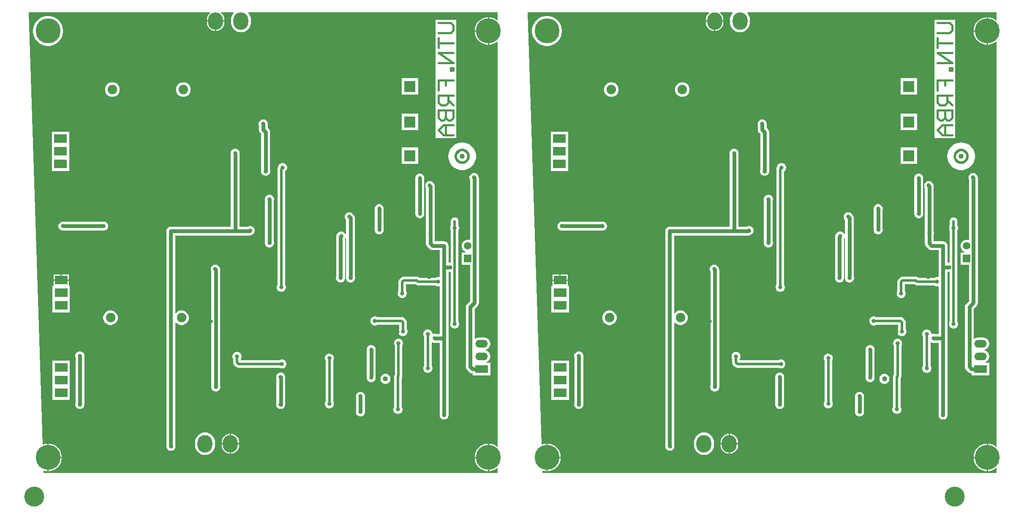
<source format=gbl>
G04*
G04 #@! TF.GenerationSoftware,Altium Limited,Altium Designer,23.3.1 (30)*
G04*
G04 Layer_Physical_Order=2*
G04 Layer_Color=16711680*
%FSLAX25Y25*%
%MOIN*%
G70*
G04*
G04 #@! TF.SameCoordinates,731DBA42-33AF-4731-BD85-8EC7A1DC1BC3*
G04*
G04*
G04 #@! TF.FilePolarity,Positive*
G04*
G01*
G75*
%ADD35C,0.03000*%
%ADD40C,0.02000*%
%ADD43C,0.15748*%
%ADD44C,0.07500*%
%ADD45C,0.19685*%
%ADD46R,0.09055X0.09055*%
%ADD47R,0.09055X0.09055*%
%ADD48C,0.04000*%
%ADD49O,0.11811X0.13780*%
%ADD50R,0.09843X0.05906*%
%ADD51O,0.09843X0.05906*%
%ADD52C,0.05906*%
%ADD53R,0.05906X0.05906*%
%ADD54R,0.09843X0.07000*%
%ADD55C,0.03200*%
%ADD56C,0.01575*%
G36*
X779013Y361462D02*
X778513Y361230D01*
X777314Y362101D01*
X775793Y362876D01*
X774170Y363403D01*
X772485Y363670D01*
X772131D01*
Y341985D01*
X772485D01*
X774170Y342252D01*
X775793Y342780D01*
X777314Y343554D01*
X778513Y344426D01*
X779013Y344193D01*
Y24848D01*
X778513Y24616D01*
X777314Y25487D01*
X775793Y26262D01*
X774170Y26789D01*
X772485Y27056D01*
X772131D01*
Y5371D01*
X772485D01*
X774170Y5638D01*
X775793Y6165D01*
X777314Y6940D01*
X778513Y7812D01*
X779013Y7579D01*
Y4041D01*
X420662Y4041D01*
X420613Y5545D01*
X421013Y5846D01*
X421651Y5638D01*
X423337Y5371D01*
X423690D01*
Y27056D01*
X423337D01*
X421651Y26789D01*
X420441Y26396D01*
X419929Y26755D01*
X408946Y367232D01*
X409294Y367592D01*
X551937D01*
X552116Y367092D01*
X551508Y366593D01*
X550645Y365541D01*
X550004Y364341D01*
X549609Y363040D01*
X549476Y361686D01*
Y361202D01*
X563354D01*
Y361686D01*
X563220Y363040D01*
X562825Y364341D01*
X562184Y365541D01*
X561321Y366593D01*
X560713Y367092D01*
X560892Y367592D01*
X570428D01*
X570665Y367092D01*
X569836Y366082D01*
X569105Y364714D01*
X568655Y363230D01*
X568503Y361686D01*
Y359718D01*
X568655Y358174D01*
X569105Y356690D01*
X569836Y355322D01*
X570820Y354123D01*
X572019Y353139D01*
X573387Y352408D01*
X574871Y351958D01*
X576415Y351805D01*
X577958Y351958D01*
X579443Y352408D01*
X580810Y353139D01*
X582009Y354123D01*
X582993Y355322D01*
X583724Y356690D01*
X584175Y358174D01*
X584327Y359718D01*
Y361686D01*
X584175Y363230D01*
X583724Y364714D01*
X582993Y366082D01*
X582165Y367092D01*
X582401Y367592D01*
X779013D01*
Y361462D01*
D02*
G37*
G36*
X385312D02*
X384812Y361230D01*
X383613Y362101D01*
X382092Y362876D01*
X380469Y363403D01*
X378784Y363670D01*
X378430D01*
Y341985D01*
X378784D01*
X380469Y342252D01*
X382092Y342780D01*
X383613Y343554D01*
X384812Y344426D01*
X385312Y344193D01*
Y24848D01*
X384812Y24616D01*
X383613Y25487D01*
X382092Y26262D01*
X380469Y26789D01*
X378784Y27056D01*
X378430D01*
Y5371D01*
X378784D01*
X380469Y5638D01*
X382092Y6165D01*
X383613Y6940D01*
X384812Y7812D01*
X385312Y7579D01*
Y4041D01*
X26961Y4041D01*
X26913Y5545D01*
X27312Y5846D01*
X27951Y5638D01*
X29636Y5371D01*
X29989D01*
Y27056D01*
X29636D01*
X27951Y26789D01*
X26740Y26396D01*
X26228Y26755D01*
X15245Y367232D01*
X15593Y367592D01*
X158236D01*
X158415Y367092D01*
X157807Y366593D01*
X156944Y365541D01*
X156303Y364341D01*
X155908Y363040D01*
X155775Y361686D01*
Y361202D01*
X169653D01*
Y361686D01*
X169519Y363040D01*
X169125Y364341D01*
X168483Y365541D01*
X167621Y366593D01*
X167013Y367092D01*
X167191Y367592D01*
X176727D01*
X176964Y367092D01*
X176135Y366082D01*
X175404Y364714D01*
X174954Y363230D01*
X174802Y361686D01*
Y359718D01*
X174954Y358174D01*
X175404Y356690D01*
X176135Y355322D01*
X177119Y354123D01*
X178318Y353139D01*
X179686Y352408D01*
X181170Y351958D01*
X182714Y351805D01*
X184257Y351958D01*
X185742Y352408D01*
X187110Y353139D01*
X188309Y354123D01*
X189293Y355322D01*
X190024Y356690D01*
X190474Y358174D01*
X190626Y359718D01*
Y361686D01*
X190474Y363230D01*
X190024Y364714D01*
X189293Y366082D01*
X188464Y367092D01*
X188700Y367592D01*
X385312D01*
Y361462D01*
D02*
G37*
%LPC*%
G36*
X771131Y363670D02*
X770778D01*
X769092Y363403D01*
X767469Y362876D01*
X765948Y362101D01*
X764568Y361098D01*
X763361Y359891D01*
X762358Y358511D01*
X761583Y356990D01*
X761056Y355367D01*
X760789Y353681D01*
Y353328D01*
X771131D01*
Y363670D01*
D02*
G37*
G36*
X563354Y360202D02*
X556915D01*
Y352828D01*
X557768Y352912D01*
X559070Y353307D01*
X560270Y353948D01*
X561321Y354811D01*
X562184Y355862D01*
X562825Y357062D01*
X563220Y358364D01*
X563354Y359718D01*
Y360202D01*
D02*
G37*
G36*
X555915D02*
X549476D01*
Y359718D01*
X549609Y358364D01*
X550004Y357062D01*
X550645Y355862D01*
X551508Y354811D01*
X552560Y353948D01*
X553759Y353307D01*
X555061Y352912D01*
X555915Y352828D01*
Y360202D01*
D02*
G37*
G36*
X771131Y352328D02*
X760789D01*
Y351975D01*
X761056Y350289D01*
X761583Y348666D01*
X762358Y347145D01*
X763361Y345764D01*
X764568Y344558D01*
X765948Y343554D01*
X767469Y342780D01*
X769092Y342252D01*
X770778Y341985D01*
X771131D01*
Y352328D01*
D02*
G37*
G36*
X425120Y364639D02*
X423261D01*
X421424Y364348D01*
X419656Y363773D01*
X418000Y362930D01*
X416496Y361837D01*
X415181Y360522D01*
X414089Y359018D01*
X413245Y357362D01*
X412670Y355594D01*
X412379Y353757D01*
Y351898D01*
X412670Y350062D01*
X413245Y348294D01*
X414089Y346638D01*
X415181Y345133D01*
X416496Y343819D01*
X418000Y342726D01*
X419656Y341882D01*
X421424Y341308D01*
X423261Y341017D01*
X425120D01*
X426956Y341308D01*
X428724Y341882D01*
X430381Y342726D01*
X431885Y343819D01*
X433199Y345133D01*
X434292Y346638D01*
X435136Y348294D01*
X435710Y350062D01*
X436001Y351898D01*
Y353757D01*
X435710Y355594D01*
X435136Y357362D01*
X434292Y359018D01*
X433199Y360522D01*
X431885Y361837D01*
X430381Y362930D01*
X428724Y363773D01*
X426956Y364348D01*
X425120Y364639D01*
D02*
G37*
G36*
X716119Y315525D02*
X703127D01*
Y302533D01*
X716119D01*
Y315525D01*
D02*
G37*
G36*
X531683Y312286D02*
X530178D01*
X528723Y311897D01*
X527419Y311144D01*
X526355Y310079D01*
X525602Y308775D01*
X525212Y307321D01*
Y305815D01*
X525602Y304361D01*
X526355Y303057D01*
X527419Y301992D01*
X528723Y301239D01*
X530178Y300850D01*
X531683D01*
X533138Y301239D01*
X534442Y301992D01*
X535506Y303057D01*
X536259Y304361D01*
X536649Y305815D01*
Y307321D01*
X536259Y308775D01*
X535506Y310079D01*
X534442Y311144D01*
X533138Y311897D01*
X531683Y312286D01*
D02*
G37*
G36*
X475683D02*
X474178D01*
X472723Y311897D01*
X471419Y311144D01*
X470355Y310079D01*
X469602Y308775D01*
X469212Y307321D01*
Y305815D01*
X469602Y304361D01*
X470355Y303057D01*
X471419Y301992D01*
X472723Y301239D01*
X474178Y300850D01*
X475683D01*
X477138Y301239D01*
X478442Y301992D01*
X479506Y303057D01*
X480259Y304361D01*
X480649Y305815D01*
Y307321D01*
X480259Y308775D01*
X479506Y310079D01*
X478442Y311144D01*
X477138Y311897D01*
X475683Y312286D01*
D02*
G37*
G36*
X716119Y287474D02*
X703127D01*
Y274481D01*
X716119D01*
Y287474D01*
D02*
G37*
G36*
X746348Y361502D02*
X729792D01*
Y268198D01*
X746348D01*
Y361502D01*
D02*
G37*
G36*
X716119Y260899D02*
X703127D01*
Y247907D01*
X716119D01*
Y260899D01*
D02*
G37*
G36*
X750962Y264880D02*
X749246Y264745D01*
X747572Y264343D01*
X745982Y263684D01*
X744514Y262785D01*
X743206Y261667D01*
X742088Y260358D01*
X741188Y258890D01*
X740530Y257300D01*
X740128Y255627D01*
X739993Y253910D01*
X740128Y252195D01*
X740530Y250521D01*
X741188Y248931D01*
X742088Y247463D01*
X743206Y246154D01*
X744514Y245036D01*
X745982Y244137D01*
X747572Y243478D01*
X749246Y243076D01*
X750962Y242941D01*
X752678Y243076D01*
X754352Y243478D01*
X755942Y244137D01*
X757409Y245036D01*
X758718Y246154D01*
X759836Y247463D01*
X760736Y248931D01*
X761394Y250521D01*
X761796Y252195D01*
X761931Y253910D01*
X761796Y255627D01*
X761394Y257300D01*
X760736Y258890D01*
X759836Y260358D01*
X758718Y261667D01*
X757409Y262785D01*
X755942Y263684D01*
X754352Y264343D01*
X752678Y264745D01*
X750962Y264880D01*
D02*
G37*
G36*
X440923Y273316D02*
X427143D01*
Y242379D01*
X440923D01*
Y273316D01*
D02*
G37*
G36*
X594444Y283070D02*
X593504D01*
X592596Y282826D01*
X591783Y282357D01*
X591118Y281692D01*
X590648Y280878D01*
X590405Y279971D01*
Y279031D01*
X590475Y278770D01*
Y275032D01*
X590594Y274127D01*
X590944Y273283D01*
X591500Y272559D01*
X592407Y271652D01*
Y242831D01*
X592337Y242569D01*
Y241630D01*
X592580Y240722D01*
X593050Y239908D01*
X593714Y239244D01*
X594528Y238774D01*
X595435Y238531D01*
X596375D01*
X597283Y238774D01*
X598096Y239244D01*
X598761Y239908D01*
X599231Y240722D01*
X599474Y241630D01*
Y242569D01*
X599404Y242831D01*
Y273101D01*
X599285Y274007D01*
X598935Y274850D01*
X598379Y275575D01*
X597472Y276482D01*
Y278770D01*
X597542Y279031D01*
Y279971D01*
X597299Y280878D01*
X596829Y281692D01*
X596165Y282357D01*
X595351Y282826D01*
X594444Y283070D01*
D02*
G37*
G36*
X717967Y240255D02*
X717028D01*
X716120Y240011D01*
X715306Y239542D01*
X714642Y238877D01*
X714172Y238064D01*
X713929Y237156D01*
Y236216D01*
X713999Y235955D01*
Y209366D01*
X713929Y209105D01*
Y208165D01*
X714172Y207258D01*
X714642Y206444D01*
X715306Y205779D01*
X716120Y205310D01*
X717028Y205066D01*
X717967D01*
X718875Y205310D01*
X719689Y205779D01*
X720353Y206444D01*
X720823Y207258D01*
X721066Y208165D01*
Y209105D01*
X720996Y209366D01*
Y235955D01*
X721066Y236216D01*
Y237156D01*
X720823Y238064D01*
X720353Y238877D01*
X719689Y239542D01*
X718875Y240011D01*
X717967Y240255D01*
D02*
G37*
G36*
X468459Y202361D02*
X467520D01*
X467258Y202291D01*
X436733D01*
X436471Y202361D01*
X435532D01*
X434624Y202118D01*
X433810Y201648D01*
X433146Y200984D01*
X432676Y200170D01*
X432433Y199262D01*
Y198323D01*
X432676Y197415D01*
X433146Y196601D01*
X433810Y195937D01*
X434624Y195467D01*
X435532Y195224D01*
X436471D01*
X436733Y195294D01*
X467258D01*
X467520Y195224D01*
X468459D01*
X469367Y195467D01*
X470181Y195937D01*
X470845Y196601D01*
X471315Y197415D01*
X471558Y198323D01*
Y199262D01*
X471315Y200170D01*
X470845Y200984D01*
X470181Y201648D01*
X469367Y202118D01*
X468459Y202361D01*
D02*
G37*
G36*
X685979Y216140D02*
X685039D01*
X684132Y215897D01*
X683318Y215427D01*
X682654Y214763D01*
X682184Y213949D01*
X681941Y213042D01*
Y212102D01*
X682011Y211841D01*
Y196571D01*
X681941Y196309D01*
Y195370D01*
X682184Y194462D01*
X682654Y193649D01*
X683318Y192984D01*
X684132Y192514D01*
X685039Y192271D01*
X685979D01*
X686887Y192514D01*
X687700Y192984D01*
X688365Y193649D01*
X688834Y194462D01*
X689078Y195370D01*
Y196309D01*
X689008Y196571D01*
Y211841D01*
X689078Y212102D01*
Y213042D01*
X688834Y213949D01*
X688365Y214763D01*
X687700Y215427D01*
X686887Y215897D01*
X685979Y216140D01*
D02*
G37*
G36*
X662357Y209743D02*
X661417D01*
X660510Y209500D01*
X659696Y209030D01*
X659032Y208365D01*
X658562Y207552D01*
X658319Y206644D01*
Y205704D01*
X658562Y204797D01*
X659032Y203983D01*
X659373Y203642D01*
Y192145D01*
X658873Y192079D01*
X658815Y192296D01*
X658345Y193110D01*
X657681Y193774D01*
X656867Y194244D01*
X655959Y194487D01*
X655020D01*
X654112Y194244D01*
X653298Y193774D01*
X652634Y193110D01*
X652355Y192626D01*
X651968Y192121D01*
X651618Y191278D01*
X651558Y190825D01*
X651499Y190372D01*
Y158677D01*
X651429Y158416D01*
Y157476D01*
X651672Y156569D01*
X652142Y155755D01*
X652806Y155090D01*
X653620Y154621D01*
X654528Y154377D01*
X655467D01*
X656375Y154621D01*
X657189Y155090D01*
X657853Y155755D01*
X658323Y156569D01*
X658566Y157476D01*
Y158416D01*
X658496Y158677D01*
Y188988D01*
X658815Y189541D01*
X658873Y189758D01*
X659373Y189692D01*
Y158677D01*
X659303Y158416D01*
Y157476D01*
X659546Y156569D01*
X660016Y155755D01*
X660680Y155090D01*
X661494Y154621D01*
X662402Y154377D01*
X663341D01*
X664249Y154621D01*
X665063Y155090D01*
X665727Y155755D01*
X666197Y156569D01*
X666440Y157476D01*
Y158416D01*
X666370Y158677D01*
Y205136D01*
X666310Y205589D01*
X666251Y206041D01*
X665901Y206885D01*
X665345Y207610D01*
X664952Y208003D01*
X664743Y208365D01*
X664078Y209030D01*
X663265Y209500D01*
X662357Y209743D01*
D02*
G37*
G36*
X760782Y240747D02*
X759842D01*
X758935Y240504D01*
X758121Y240034D01*
X757457Y239369D01*
X756987Y238556D01*
X756744Y237648D01*
Y236708D01*
X756987Y235801D01*
X757145Y235526D01*
Y188159D01*
X756749Y187854D01*
X756039Y188044D01*
X754743D01*
X753492Y187709D01*
X752369Y187061D01*
X751453Y186145D01*
X750805Y185023D01*
X750470Y183771D01*
Y182475D01*
X750805Y181224D01*
X751453Y180101D01*
X752369Y179185D01*
X753491Y178537D01*
X753399Y178044D01*
X750470D01*
Y168202D01*
X757145D01*
Y139646D01*
X754929Y137429D01*
X754373Y136704D01*
X754023Y135861D01*
X753904Y134955D01*
Y87853D01*
X753964Y87400D01*
X754023Y86948D01*
X754168Y86598D01*
X754373Y86104D01*
X754929Y85379D01*
X756686Y83622D01*
X757410Y83066D01*
X758254Y82716D01*
X758707Y82657D01*
X759160Y82597D01*
X759328D01*
Y81017D01*
X773108D01*
Y90859D01*
X770092D01*
X769992Y91359D01*
X770668Y91639D01*
X771696Y92428D01*
X772485Y93456D01*
X772981Y94653D01*
X773150Y95938D01*
X772981Y97223D01*
X772485Y98420D01*
X771696Y99448D01*
X770668Y100237D01*
X769595Y100681D01*
X769594Y100682D01*
Y101194D01*
X769595Y101195D01*
X770668Y101639D01*
X771696Y102428D01*
X772485Y103456D01*
X772981Y104653D01*
X773150Y105938D01*
X772981Y107223D01*
X772485Y108420D01*
X771696Y109448D01*
X770668Y110237D01*
X769471Y110733D01*
X768186Y110902D01*
X764249D01*
X762965Y110733D01*
X761767Y110237D01*
X761349Y109916D01*
X760901Y110137D01*
Y133506D01*
X763118Y135723D01*
X763674Y136447D01*
X764023Y137291D01*
X764142Y138197D01*
Y236847D01*
X764083Y237299D01*
X764023Y237752D01*
X763674Y238596D01*
X763435Y238908D01*
X763168Y239369D01*
X762503Y240034D01*
X761690Y240504D01*
X760782Y240747D01*
D02*
G37*
G36*
X599365Y223522D02*
X598425D01*
X597518Y223279D01*
X596704Y222809D01*
X596039Y222145D01*
X595570Y221331D01*
X595327Y220424D01*
Y219484D01*
X595397Y219222D01*
Y186236D01*
X595327Y185975D01*
Y185035D01*
X595570Y184128D01*
X596039Y183314D01*
X596704Y182650D01*
X597518Y182180D01*
X598425Y181937D01*
X599365D01*
X600272Y182180D01*
X601086Y182650D01*
X601751Y183314D01*
X602220Y184128D01*
X602463Y185035D01*
Y185975D01*
X602393Y186236D01*
Y219222D01*
X602463Y219484D01*
Y220424D01*
X602220Y221331D01*
X601751Y222145D01*
X601086Y222809D01*
X600272Y223279D01*
X599365Y223522D01*
D02*
G37*
G36*
X440446Y160635D02*
X435025D01*
Y156635D01*
X440446D01*
Y160635D01*
D02*
G37*
G36*
X434025D02*
X428604D01*
Y156635D01*
X434025D01*
Y160635D01*
D02*
G37*
G36*
X609699Y248621D02*
X608760D01*
X607852Y248378D01*
X607038Y247908D01*
X606374Y247243D01*
X605904Y246430D01*
X605661Y245522D01*
Y245252D01*
X605652Y245240D01*
X605353Y244518D01*
X605251Y243743D01*
X605251Y152515D01*
X604920Y151941D01*
X604677Y151034D01*
Y150094D01*
X604920Y149187D01*
X605390Y148373D01*
X606054Y147708D01*
X606868Y147239D01*
X607776Y146996D01*
X608715D01*
X609623Y147239D01*
X610436Y147708D01*
X611101Y148373D01*
X611571Y149187D01*
X611814Y150094D01*
Y151034D01*
X611571Y151941D01*
X611239Y152515D01*
X611239Y242092D01*
X611421Y242197D01*
X612085Y242861D01*
X612555Y243675D01*
X612798Y244583D01*
Y245522D01*
X612555Y246430D01*
X612085Y247243D01*
X611421Y247908D01*
X610607Y248378D01*
X609699Y248621D01*
D02*
G37*
G36*
X440446Y155635D02*
X428604D01*
Y152103D01*
X428604Y151635D01*
X428117Y151603D01*
X427635D01*
Y130666D01*
X441415D01*
Y151603D01*
X440933D01*
X440446Y151635D01*
X440446Y152103D01*
Y155635D01*
D02*
G37*
G36*
X572298Y259940D02*
X571358D01*
X570451Y259696D01*
X569637Y259227D01*
X568973Y258562D01*
X568503Y257749D01*
X568260Y256841D01*
Y255901D01*
X568330Y255640D01*
Y198354D01*
X520994D01*
X520089Y198235D01*
X519245Y197885D01*
X518521Y197329D01*
X517965Y196605D01*
X517615Y195761D01*
X517496Y194855D01*
X517516Y194705D01*
X517496Y194555D01*
Y25217D01*
X517571Y24649D01*
Y24602D01*
X517583Y24557D01*
X517615Y24311D01*
X517710Y24082D01*
X517814Y23695D01*
X518284Y22881D01*
X518948Y22216D01*
X519762Y21747D01*
X520669Y21503D01*
X521609D01*
X522516Y21747D01*
X523330Y22216D01*
X523995Y22881D01*
X524464Y23695D01*
X524708Y24602D01*
Y25542D01*
X524493Y26344D01*
Y122662D01*
X524993Y122824D01*
X525943Y121874D01*
X527247Y121121D01*
X528701Y120731D01*
X530207D01*
X531661Y121121D01*
X532965Y121874D01*
X534030Y122939D01*
X534783Y124243D01*
X535173Y125697D01*
Y127203D01*
X534783Y128657D01*
X534030Y129961D01*
X532965Y131026D01*
X531661Y131779D01*
X530207Y132168D01*
X528701D01*
X527247Y131779D01*
X525943Y131026D01*
X524993Y130076D01*
X524493Y130238D01*
Y191357D01*
X583130D01*
X583582Y191417D01*
X584035Y191476D01*
X584879Y191826D01*
X585383Y192213D01*
X585867Y192492D01*
X586531Y193156D01*
X587001Y193970D01*
X587244Y194878D01*
Y195817D01*
X587001Y196725D01*
X586531Y197539D01*
X585867Y198203D01*
X585053Y198673D01*
X584146Y198916D01*
X583206D01*
X582299Y198673D01*
X581746Y198354D01*
X575326D01*
Y255640D01*
X575397Y255901D01*
Y256841D01*
X575153Y257749D01*
X574684Y258562D01*
X574019Y259227D01*
X573206Y259696D01*
X572298Y259940D01*
D02*
G37*
G36*
X474207Y132168D02*
X472701D01*
X471247Y131779D01*
X469943Y131026D01*
X468878Y129961D01*
X468125Y128657D01*
X467736Y127203D01*
Y125697D01*
X468125Y124243D01*
X468878Y122939D01*
X469943Y121874D01*
X471247Y121121D01*
X472701Y120731D01*
X474207D01*
X475661Y121121D01*
X476965Y121874D01*
X478030Y122939D01*
X478783Y124243D01*
X479173Y125697D01*
Y127203D01*
X478783Y128657D01*
X478030Y129961D01*
X476965Y131026D01*
X475661Y131779D01*
X474207Y132168D01*
D02*
G37*
G36*
X725841Y234349D02*
X724902D01*
X723994Y234106D01*
X723180Y233636D01*
X722516Y232972D01*
X722046Y232158D01*
X721803Y231250D01*
Y230311D01*
X722046Y229403D01*
X722365Y228851D01*
Y194110D01*
X722295Y193849D01*
Y192909D01*
X722365Y192648D01*
Y185105D01*
X722425Y184652D01*
X722484Y184200D01*
X722629Y183850D01*
X722834Y183356D01*
X723390Y182631D01*
X725147Y180874D01*
X725872Y180318D01*
X726715Y179969D01*
X727168Y179909D01*
X727621Y179849D01*
X733192D01*
Y158824D01*
X732692Y158440D01*
X732239Y158562D01*
X731299D01*
X730392Y158318D01*
X729896Y158032D01*
X717298D01*
X717236Y158095D01*
X716616Y158570D01*
X715894Y158870D01*
X715119Y158972D01*
X704889D01*
X704114Y158870D01*
X703392Y158570D01*
X702772Y158095D01*
X701601Y156923D01*
X701125Y156303D01*
X700826Y155581D01*
X700724Y154806D01*
Y147594D01*
X700392Y147020D01*
X700149Y146113D01*
Y145173D01*
X700392Y144265D01*
X700862Y143452D01*
X701527Y142787D01*
X702341Y142317D01*
X703248Y142074D01*
X704188D01*
X705095Y142317D01*
X705909Y142787D01*
X706573Y143452D01*
X707043Y144265D01*
X707286Y145173D01*
Y146113D01*
X707043Y147020D01*
X706712Y147594D01*
Y152983D01*
X713879D01*
X713941Y152921D01*
X714561Y152445D01*
X715283Y152146D01*
X716058Y152044D01*
X729740D01*
X730392Y151668D01*
X731299Y151425D01*
X732239D01*
X732692Y151546D01*
X733192Y151162D01*
Y113708D01*
X730040D01*
X729778Y113778D01*
X728839D01*
X727963Y113544D01*
X727870Y113540D01*
X727463Y113814D01*
Y114124D01*
X727220Y115032D01*
X726751Y115846D01*
X726086Y116510D01*
X725272Y116980D01*
X724365Y117223D01*
X723425D01*
X722518Y116980D01*
X721704Y116510D01*
X721039Y115846D01*
X720570Y115032D01*
X720327Y114124D01*
Y113185D01*
X720570Y112277D01*
X720901Y111704D01*
Y88539D01*
X720570Y87965D01*
X720327Y87058D01*
Y86118D01*
X720570Y85210D01*
X721039Y84397D01*
X721704Y83732D01*
X722518Y83262D01*
X723425Y83019D01*
X724365D01*
X725272Y83262D01*
X726086Y83732D01*
X726751Y84397D01*
X727220Y85210D01*
X727463Y86118D01*
Y87058D01*
X727220Y87965D01*
X726889Y88539D01*
Y106909D01*
X727389Y107197D01*
X727931Y106884D01*
X728839Y106641D01*
X729778D01*
X730040Y106711D01*
X733192D01*
Y50410D01*
X733122Y50148D01*
Y49208D01*
X733365Y48301D01*
X733835Y47487D01*
X734499Y46823D01*
X735313Y46353D01*
X736221Y46110D01*
X737160D01*
X738068Y46353D01*
X738881Y46823D01*
X739546Y47487D01*
X740016Y48301D01*
X740259Y49208D01*
Y50148D01*
X740189Y50410D01*
Y162814D01*
X740880D01*
X741142Y162744D01*
X742062D01*
Y123480D01*
X741731Y122906D01*
X741488Y121998D01*
Y121059D01*
X741731Y120151D01*
X742201Y119337D01*
X742865Y118673D01*
X743679Y118203D01*
X744587Y117960D01*
X745526D01*
X746434Y118203D01*
X747248Y118673D01*
X747912Y119337D01*
X748382Y120151D01*
X748625Y121059D01*
Y121998D01*
X748382Y122906D01*
X748051Y123480D01*
Y195365D01*
X748382Y195939D01*
X748625Y196846D01*
Y197786D01*
X748382Y198693D01*
X748051Y199267D01*
Y202729D01*
X747949Y203504D01*
X747649Y204226D01*
X747174Y204847D01*
X746554Y205322D01*
X745831Y205622D01*
X745056Y205724D01*
X744281Y205622D01*
X743559Y205322D01*
X742939Y204847D01*
X742463Y204226D01*
X742164Y203504D01*
X742062Y202729D01*
Y199267D01*
X741731Y198693D01*
X741488Y197786D01*
Y196846D01*
X741731Y195939D01*
X742062Y195365D01*
Y169881D01*
X741142D01*
X740880Y169810D01*
X740189D01*
Y183348D01*
X740069Y184253D01*
X739720Y185097D01*
X739164Y185822D01*
X738440Y186378D01*
X737596Y186727D01*
X736690Y186846D01*
X729362D01*
Y192648D01*
X729432Y192909D01*
Y193849D01*
X729362Y194110D01*
Y230234D01*
X729243Y231140D01*
X728893Y231984D01*
X728506Y232488D01*
X728227Y232972D01*
X727563Y233636D01*
X726749Y234106D01*
X725841Y234349D01*
D02*
G37*
G36*
X682534Y127558D02*
X681595D01*
X680687Y127315D01*
X679873Y126845D01*
X679209Y126180D01*
X678739Y125367D01*
X678496Y124459D01*
Y123520D01*
X678739Y122612D01*
X679209Y121798D01*
X679873Y121134D01*
X680687Y120664D01*
X681595Y120421D01*
X682534D01*
X683442Y120664D01*
X684015Y120995D01*
X701216D01*
Y117574D01*
X700885Y117000D01*
X700641Y116093D01*
Y115153D01*
X700885Y114246D01*
X701355Y113432D01*
X702019Y112768D01*
X702833Y112298D01*
X703740Y112055D01*
X704680D01*
X705587Y112298D01*
X706401Y112768D01*
X707065Y113432D01*
X707535Y114246D01*
X707779Y115153D01*
Y116093D01*
X707535Y117000D01*
X707204Y117574D01*
Y122818D01*
X707102Y123593D01*
X706803Y124315D01*
X706327Y124935D01*
X705156Y126106D01*
X704535Y126582D01*
X703813Y126881D01*
X703038Y126983D01*
X684015D01*
X683442Y127315D01*
X682534Y127558D01*
D02*
G37*
G36*
X573774Y99507D02*
X572835D01*
X571927Y99263D01*
X571113Y98794D01*
X570449Y98129D01*
X569979Y97316D01*
X569736Y96408D01*
Y95468D01*
X569979Y94561D01*
X570310Y93987D01*
Y91204D01*
X570412Y90429D01*
X570712Y89707D01*
X571187Y89087D01*
X572359Y87915D01*
X572979Y87440D01*
X573701Y87141D01*
X574476Y87038D01*
X606786D01*
X607360Y86707D01*
X608268Y86464D01*
X609207D01*
X610115Y86707D01*
X610929Y87177D01*
X611593Y87841D01*
X612063Y88655D01*
X612306Y89563D01*
Y90502D01*
X612063Y91410D01*
X611593Y92224D01*
X610929Y92888D01*
X610115Y93358D01*
X609207Y93601D01*
X608268D01*
X607360Y93358D01*
X606786Y93027D01*
X576299D01*
Y93987D01*
X576630Y94561D01*
X576873Y95468D01*
Y96408D01*
X576630Y97316D01*
X576160Y98129D01*
X575496Y98794D01*
X574682Y99263D01*
X573774Y99507D01*
D02*
G37*
G36*
X679581Y104920D02*
X678642D01*
X677734Y104677D01*
X676920Y104207D01*
X676256Y103543D01*
X675786Y102729D01*
X675543Y101821D01*
Y100882D01*
X675613Y100620D01*
Y80682D01*
X675679Y80183D01*
X675543Y79676D01*
Y78736D01*
X675786Y77828D01*
X676256Y77015D01*
X676920Y76350D01*
X677734Y75880D01*
X678642Y75637D01*
X679581D01*
X680489Y75880D01*
X681303Y76350D01*
X681967Y77015D01*
X682437Y77828D01*
X682680Y78736D01*
Y79676D01*
X682544Y80183D01*
X682610Y80682D01*
Y100620D01*
X682680Y100882D01*
Y101821D01*
X682437Y102729D01*
X681967Y103543D01*
X681303Y104207D01*
X680489Y104677D01*
X679581Y104920D01*
D02*
G37*
G36*
X690953Y82190D02*
X689908D01*
X688899Y81920D01*
X687994Y81397D01*
X687255Y80658D01*
X686732Y79753D01*
X686462Y78744D01*
Y77699D01*
X686732Y76690D01*
X687255Y75785D01*
X687994Y75046D01*
X688899Y74524D01*
X689908Y74253D01*
X690953D01*
X691962Y74524D01*
X692867Y75046D01*
X693606Y75785D01*
X694129Y76690D01*
X694399Y77699D01*
Y78744D01*
X694129Y79753D01*
X693606Y80658D01*
X692867Y81397D01*
X691962Y81920D01*
X690953Y82190D01*
D02*
G37*
G36*
X556550Y168404D02*
X555610D01*
X554703Y168161D01*
X553889Y167691D01*
X553225Y167027D01*
X552755Y166213D01*
X552512Y165305D01*
Y164366D01*
X552755Y163458D01*
X553074Y162906D01*
Y72555D01*
X553004Y72294D01*
Y71354D01*
X553247Y70446D01*
X553717Y69633D01*
X554381Y68968D01*
X555195Y68499D01*
X556102Y68255D01*
X557042D01*
X557950Y68499D01*
X558763Y68968D01*
X559428Y69633D01*
X559898Y70446D01*
X560141Y71354D01*
Y72294D01*
X560071Y72555D01*
Y164289D01*
X560011Y164742D01*
X559951Y165195D01*
X559602Y166039D01*
X559215Y166543D01*
X558936Y167027D01*
X558271Y167691D01*
X557457Y168161D01*
X556550Y168404D01*
D02*
G37*
G36*
X441415Y92706D02*
X427635D01*
Y61769D01*
X441415D01*
Y92706D01*
D02*
G37*
G36*
X646609Y98148D02*
X645669D01*
X644762Y97905D01*
X643948Y97435D01*
X643284Y96771D01*
X642814Y95957D01*
X642571Y95050D01*
Y94110D01*
X642814Y93202D01*
X643145Y92629D01*
Y60488D01*
X642814Y59914D01*
X642571Y59006D01*
Y58067D01*
X642814Y57159D01*
X643284Y56345D01*
X643948Y55681D01*
X644762Y55211D01*
X645669Y54968D01*
X646609D01*
X647516Y55211D01*
X648330Y55681D01*
X648995Y56345D01*
X649464Y57159D01*
X649708Y58067D01*
Y59006D01*
X649464Y59914D01*
X649133Y60488D01*
Y92629D01*
X649464Y93202D01*
X649708Y94110D01*
Y95050D01*
X649464Y95957D01*
X648995Y96771D01*
X648330Y97435D01*
X647516Y97905D01*
X646609Y98148D01*
D02*
G37*
G36*
X608223Y83266D02*
X607283D01*
X606376Y83023D01*
X605562Y82553D01*
X604898Y81889D01*
X604428Y81075D01*
X604185Y80168D01*
Y79228D01*
X604293Y78824D01*
Y58918D01*
X604185Y58514D01*
Y57575D01*
X604428Y56667D01*
X604898Y55853D01*
X605562Y55189D01*
X606376Y54719D01*
X607283Y54476D01*
X608223D01*
X609131Y54719D01*
X609944Y55189D01*
X610609Y55853D01*
X611079Y56667D01*
X611322Y57575D01*
Y58514D01*
X611290Y58633D01*
Y79109D01*
X611322Y79228D01*
Y80168D01*
X611079Y81075D01*
X610609Y81889D01*
X609944Y82553D01*
X609131Y83023D01*
X608223Y83266D01*
D02*
G37*
G36*
X449758Y99999D02*
X448819D01*
X447911Y99756D01*
X447098Y99286D01*
X446433Y98621D01*
X445963Y97808D01*
X445720Y96900D01*
Y95960D01*
X445790Y95699D01*
Y58776D01*
X445720Y58514D01*
Y57575D01*
X445963Y56667D01*
X446433Y55853D01*
X447098Y55189D01*
X447911Y54719D01*
X448819Y54476D01*
X449758D01*
X450666Y54719D01*
X451480Y55189D01*
X452144Y55853D01*
X452614Y56667D01*
X452857Y57575D01*
Y58514D01*
X452787Y58776D01*
Y95699D01*
X452857Y95960D01*
Y96900D01*
X452614Y97808D01*
X452144Y98621D01*
X451480Y99286D01*
X450666Y99756D01*
X449758Y99999D01*
D02*
G37*
G36*
X701235Y109841D02*
X700295D01*
X699388Y109598D01*
X698574Y109128D01*
X697910Y108464D01*
X697440Y107650D01*
X697197Y106743D01*
Y105803D01*
X697440Y104895D01*
X697771Y104322D01*
Y81445D01*
X697680Y81326D01*
X697381Y80604D01*
X697279Y79829D01*
Y56058D01*
X696948Y55485D01*
X696704Y54577D01*
Y53638D01*
X696948Y52730D01*
X697417Y51916D01*
X698082Y51252D01*
X698896Y50782D01*
X699803Y50539D01*
X700743D01*
X701650Y50782D01*
X702464Y51252D01*
X703128Y51916D01*
X703598Y52730D01*
X703841Y53638D01*
Y54577D01*
X703598Y55485D01*
X703267Y56058D01*
Y78706D01*
X703358Y78824D01*
X703482Y79123D01*
X703657Y79546D01*
X703759Y80321D01*
Y104322D01*
X704090Y104895D01*
X704334Y105803D01*
Y106743D01*
X704090Y107650D01*
X703621Y108464D01*
X702956Y109128D01*
X702142Y109598D01*
X701235Y109841D01*
D02*
G37*
G36*
X671215Y68010D02*
X670276D01*
X669368Y67767D01*
X668554Y67298D01*
X667890Y66633D01*
X667420Y65819D01*
X667177Y64912D01*
Y63972D01*
X667247Y63711D01*
Y52870D01*
X667177Y52609D01*
Y51669D01*
X667420Y50761D01*
X667890Y49948D01*
X668554Y49283D01*
X669368Y48814D01*
X670276Y48570D01*
X671215D01*
X672123Y48814D01*
X672936Y49283D01*
X673601Y49948D01*
X674071Y50761D01*
X674314Y51669D01*
Y52609D01*
X674244Y52870D01*
Y63711D01*
X674314Y63972D01*
Y64912D01*
X674071Y65819D01*
X673601Y66633D01*
X672936Y67298D01*
X672123Y67767D01*
X671215Y68010D01*
D02*
G37*
G36*
X568549Y34914D02*
Y27540D01*
X574988D01*
Y28025D01*
X574854Y29378D01*
X574459Y30680D01*
X573818Y31880D01*
X572955Y32931D01*
X571904Y33794D01*
X570704Y34435D01*
X569402Y34830D01*
X568549Y34914D01*
D02*
G37*
G36*
X567549D02*
X566695Y34830D01*
X565393Y34435D01*
X564193Y33794D01*
X563142Y32931D01*
X562279Y31880D01*
X561638Y30680D01*
X561243Y29378D01*
X561110Y28025D01*
Y27540D01*
X567549D01*
Y34914D01*
D02*
G37*
G36*
X574988Y26540D02*
X568549D01*
Y19166D01*
X569402Y19251D01*
X570704Y19646D01*
X571904Y20287D01*
X572955Y21150D01*
X573818Y22201D01*
X574459Y23401D01*
X574854Y24702D01*
X574988Y26056D01*
Y26540D01*
D02*
G37*
G36*
X567549D02*
X561110D01*
Y26056D01*
X561243Y24702D01*
X561638Y23401D01*
X562279Y22201D01*
X563142Y21150D01*
X564193Y20287D01*
X565393Y19646D01*
X566695Y19251D01*
X567549Y19166D01*
Y26540D01*
D02*
G37*
G36*
X548049Y35937D02*
X546505Y35785D01*
X545021Y35335D01*
X543653Y34603D01*
X542454Y33619D01*
X541470Y32420D01*
X540739Y31053D01*
X540288Y29568D01*
X540136Y28025D01*
Y26056D01*
X540288Y24513D01*
X540739Y23028D01*
X541470Y21660D01*
X542454Y20461D01*
X543653Y19478D01*
X545021Y18746D01*
X546505Y18296D01*
X548049Y18144D01*
X549592Y18296D01*
X551076Y18746D01*
X552444Y19478D01*
X553643Y20461D01*
X554627Y21660D01*
X555358Y23028D01*
X555809Y24513D01*
X555961Y26056D01*
Y28025D01*
X555809Y29568D01*
X555358Y31053D01*
X554627Y32420D01*
X553643Y33619D01*
X552444Y34603D01*
X551076Y35335D01*
X549592Y35785D01*
X548049Y35937D01*
D02*
G37*
G36*
X771131Y27056D02*
X770778D01*
X769092Y26789D01*
X767469Y26262D01*
X765948Y25487D01*
X764568Y24484D01*
X763361Y23277D01*
X762358Y21896D01*
X761583Y20376D01*
X761056Y18753D01*
X760789Y17067D01*
Y16714D01*
X771131D01*
Y27056D01*
D02*
G37*
G36*
X425044D02*
X424690D01*
Y16714D01*
X435033D01*
Y17067D01*
X434766Y18753D01*
X434238Y20376D01*
X433464Y21896D01*
X432460Y23277D01*
X431254Y24484D01*
X429873Y25487D01*
X428352Y26262D01*
X426729Y26789D01*
X425044Y27056D01*
D02*
G37*
G36*
X771131Y15714D02*
X760789D01*
Y15360D01*
X761056Y13675D01*
X761583Y12052D01*
X762358Y10531D01*
X763361Y9150D01*
X764568Y7943D01*
X765948Y6940D01*
X767469Y6165D01*
X769092Y5638D01*
X770778Y5371D01*
X771131D01*
Y15714D01*
D02*
G37*
G36*
X435033D02*
X424690D01*
Y5371D01*
X425044D01*
X426729Y5638D01*
X428352Y6165D01*
X429873Y6940D01*
X431254Y7943D01*
X432460Y9150D01*
X433464Y10531D01*
X434238Y12052D01*
X434766Y13675D01*
X435033Y15360D01*
Y15714D01*
D02*
G37*
%LPD*%
G36*
X752128Y259773D02*
X753249Y259433D01*
X754283Y258880D01*
X755188Y258137D01*
X755932Y257231D01*
X756484Y256198D01*
X756824Y255077D01*
X756939Y253910D01*
X756824Y252744D01*
X756484Y251623D01*
X755932Y250590D01*
X755188Y249684D01*
X754283Y248941D01*
X753249Y248388D01*
X752128Y248048D01*
X750962Y247933D01*
X749796Y248048D01*
X748675Y248388D01*
X747641Y248941D01*
X746735Y249684D01*
X745992Y250590D01*
X745440Y251623D01*
X745100Y252744D01*
X744985Y253910D01*
X745100Y255077D01*
X745440Y256198D01*
X745992Y257231D01*
X746735Y258137D01*
X747641Y258880D01*
X748675Y259433D01*
X749796Y259773D01*
X750962Y259888D01*
X752128Y259773D01*
D02*
G37*
%LPC*%
G36*
X751484Y257879D02*
X750440D01*
X749430Y257609D01*
X748525Y257086D01*
X747786Y256347D01*
X747264Y255442D01*
X746993Y254433D01*
Y253388D01*
X747264Y252379D01*
X747786Y251474D01*
X748525Y250735D01*
X749430Y250213D01*
X750440Y249942D01*
X751484D01*
X752494Y250213D01*
X753399Y250735D01*
X754138Y251474D01*
X754660Y252379D01*
X754930Y253388D01*
Y254433D01*
X754660Y255442D01*
X754138Y256347D01*
X753399Y257086D01*
X752494Y257609D01*
X751484Y257879D01*
D02*
G37*
G36*
X377430Y363670D02*
X377077D01*
X375392Y363403D01*
X373768Y362876D01*
X372248Y362101D01*
X370867Y361098D01*
X369660Y359891D01*
X368657Y358511D01*
X367882Y356990D01*
X367355Y355367D01*
X367088Y353681D01*
Y353328D01*
X377430D01*
Y363670D01*
D02*
G37*
G36*
X169653Y360202D02*
X163214D01*
Y352828D01*
X164068Y352912D01*
X165369Y353307D01*
X166569Y353948D01*
X167621Y354811D01*
X168483Y355862D01*
X169125Y357062D01*
X169519Y358364D01*
X169653Y359718D01*
Y360202D01*
D02*
G37*
G36*
X162214D02*
X155775D01*
Y359718D01*
X155908Y358364D01*
X156303Y357062D01*
X156944Y355862D01*
X157807Y354811D01*
X158859Y353948D01*
X160058Y353307D01*
X161360Y352912D01*
X162214Y352828D01*
Y360202D01*
D02*
G37*
G36*
X377430Y352328D02*
X367088D01*
Y351975D01*
X367355Y350289D01*
X367882Y348666D01*
X368657Y347145D01*
X369660Y345764D01*
X370867Y344558D01*
X372248Y343554D01*
X373768Y342780D01*
X375392Y342252D01*
X377077Y341985D01*
X377430D01*
Y352328D01*
D02*
G37*
G36*
X31419Y364639D02*
X29560D01*
X27724Y364348D01*
X25956Y363773D01*
X24299Y362930D01*
X22795Y361837D01*
X21481Y360522D01*
X20388Y359018D01*
X19544Y357362D01*
X18969Y355594D01*
X18678Y353757D01*
Y351898D01*
X18969Y350062D01*
X19544Y348294D01*
X20388Y346638D01*
X21481Y345133D01*
X22795Y343819D01*
X24299Y342726D01*
X25956Y341882D01*
X27724Y341308D01*
X29560Y341017D01*
X31419D01*
X33255Y341308D01*
X35023Y341882D01*
X36680Y342726D01*
X38184Y343819D01*
X39498Y345133D01*
X40591Y346638D01*
X41435Y348294D01*
X42010Y350062D01*
X42301Y351898D01*
Y353757D01*
X42010Y355594D01*
X41435Y357362D01*
X40591Y359018D01*
X39498Y360522D01*
X38184Y361837D01*
X36680Y362930D01*
X35023Y363773D01*
X33255Y364348D01*
X31419Y364639D01*
D02*
G37*
G36*
X322419Y315525D02*
X309426D01*
Y302533D01*
X322419D01*
Y315525D01*
D02*
G37*
G36*
X137982Y312286D02*
X136477D01*
X135022Y311897D01*
X133718Y311144D01*
X132654Y310079D01*
X131901Y308775D01*
X131511Y307321D01*
Y305815D01*
X131901Y304361D01*
X132654Y303057D01*
X133718Y301992D01*
X135022Y301239D01*
X136477Y300850D01*
X137982D01*
X139437Y301239D01*
X140741Y301992D01*
X141806Y303057D01*
X142558Y304361D01*
X142948Y305815D01*
Y307321D01*
X142558Y308775D01*
X141806Y310079D01*
X140741Y311144D01*
X139437Y311897D01*
X137982Y312286D01*
D02*
G37*
G36*
X81982D02*
X80477D01*
X79022Y311897D01*
X77718Y311144D01*
X76654Y310079D01*
X75901Y308775D01*
X75511Y307321D01*
Y305815D01*
X75901Y304361D01*
X76654Y303057D01*
X77718Y301992D01*
X79022Y301239D01*
X80477Y300850D01*
X81982D01*
X83437Y301239D01*
X84741Y301992D01*
X85806Y303057D01*
X86559Y304361D01*
X86948Y305815D01*
Y307321D01*
X86559Y308775D01*
X85806Y310079D01*
X84741Y311144D01*
X83437Y311897D01*
X81982Y312286D01*
D02*
G37*
G36*
X322419Y287474D02*
X309426D01*
Y274481D01*
X322419D01*
Y287474D01*
D02*
G37*
G36*
X352648Y361502D02*
X336091D01*
Y268198D01*
X352648D01*
Y361502D01*
D02*
G37*
G36*
X322419Y260899D02*
X309426D01*
Y247907D01*
X322419D01*
Y260899D01*
D02*
G37*
G36*
X357261Y264880D02*
X355545Y264745D01*
X353871Y264343D01*
X352281Y263684D01*
X350814Y262785D01*
X349505Y261667D01*
X348387Y260358D01*
X347488Y258890D01*
X346829Y257300D01*
X346427Y255627D01*
X346292Y253910D01*
X346427Y252195D01*
X346829Y250521D01*
X347488Y248931D01*
X348387Y247463D01*
X349505Y246154D01*
X350814Y245036D01*
X352281Y244137D01*
X353871Y243478D01*
X355545Y243076D01*
X357261Y242941D01*
X358977Y243076D01*
X360651Y243478D01*
X362241Y244137D01*
X363709Y245036D01*
X365018Y246154D01*
X366135Y247463D01*
X367035Y248931D01*
X367693Y250521D01*
X368095Y252195D01*
X368230Y253910D01*
X368095Y255627D01*
X367693Y257300D01*
X367035Y258890D01*
X366135Y260358D01*
X365018Y261667D01*
X363709Y262785D01*
X362241Y263684D01*
X360651Y264343D01*
X358977Y264745D01*
X357261Y264880D01*
D02*
G37*
G36*
X47222Y273316D02*
X33442D01*
Y242379D01*
X47222D01*
Y273316D01*
D02*
G37*
G36*
X200743Y283070D02*
X199803D01*
X198896Y282826D01*
X198082Y282357D01*
X197417Y281692D01*
X196948Y280878D01*
X196704Y279971D01*
Y279031D01*
X196774Y278770D01*
Y275032D01*
X196894Y274127D01*
X197243Y273283D01*
X197799Y272559D01*
X198706Y271652D01*
Y242831D01*
X198636Y242569D01*
Y241630D01*
X198879Y240722D01*
X199349Y239908D01*
X200013Y239244D01*
X200827Y238774D01*
X201735Y238531D01*
X202674D01*
X203582Y238774D01*
X204396Y239244D01*
X205060Y239908D01*
X205530Y240722D01*
X205773Y241630D01*
Y242569D01*
X205703Y242831D01*
Y273101D01*
X205584Y274007D01*
X205234Y274850D01*
X204678Y275575D01*
X203771Y276482D01*
Y278770D01*
X203841Y279031D01*
Y279971D01*
X203598Y280878D01*
X203129Y281692D01*
X202464Y282357D01*
X201650Y282826D01*
X200743Y283070D01*
D02*
G37*
G36*
X324266Y240255D02*
X323327D01*
X322419Y240011D01*
X321605Y239542D01*
X320941Y238877D01*
X320471Y238064D01*
X320228Y237156D01*
Y236216D01*
X320298Y235955D01*
Y209366D01*
X320228Y209105D01*
Y208165D01*
X320471Y207258D01*
X320941Y206444D01*
X321605Y205779D01*
X322419Y205310D01*
X323327Y205066D01*
X324266D01*
X325174Y205310D01*
X325988Y205779D01*
X326652Y206444D01*
X327122Y207258D01*
X327365Y208165D01*
Y209105D01*
X327295Y209366D01*
Y235955D01*
X327365Y236216D01*
Y237156D01*
X327122Y238064D01*
X326652Y238877D01*
X325988Y239542D01*
X325174Y240011D01*
X324266Y240255D01*
D02*
G37*
G36*
X74758Y202361D02*
X73819D01*
X73557Y202291D01*
X43032D01*
X42770Y202361D01*
X41831D01*
X40923Y202118D01*
X40109Y201648D01*
X39445Y200984D01*
X38975Y200170D01*
X38732Y199262D01*
Y198323D01*
X38975Y197415D01*
X39445Y196601D01*
X40109Y195937D01*
X40923Y195467D01*
X41831Y195224D01*
X42770D01*
X43032Y195294D01*
X73557D01*
X73819Y195224D01*
X74758D01*
X75666Y195467D01*
X76480Y195937D01*
X77144Y196601D01*
X77614Y197415D01*
X77857Y198323D01*
Y199262D01*
X77614Y200170D01*
X77144Y200984D01*
X76480Y201648D01*
X75666Y202118D01*
X74758Y202361D01*
D02*
G37*
G36*
X292278Y216140D02*
X291339D01*
X290431Y215897D01*
X289617Y215427D01*
X288953Y214763D01*
X288483Y213949D01*
X288240Y213042D01*
Y212102D01*
X288310Y211841D01*
Y196571D01*
X288240Y196309D01*
Y195370D01*
X288483Y194462D01*
X288953Y193649D01*
X289617Y192984D01*
X290431Y192514D01*
X291339Y192271D01*
X292278D01*
X293186Y192514D01*
X294000Y192984D01*
X294664Y193649D01*
X295134Y194462D01*
X295377Y195370D01*
Y196309D01*
X295307Y196571D01*
Y211841D01*
X295377Y212102D01*
Y213042D01*
X295134Y213949D01*
X294664Y214763D01*
X294000Y215427D01*
X293186Y215897D01*
X292278Y216140D01*
D02*
G37*
G36*
X268656Y209743D02*
X267717D01*
X266809Y209500D01*
X265995Y209030D01*
X265331Y208365D01*
X264861Y207552D01*
X264618Y206644D01*
Y205704D01*
X264861Y204797D01*
X265331Y203983D01*
X265672Y203642D01*
Y192145D01*
X265172Y192079D01*
X265114Y192296D01*
X264644Y193110D01*
X263980Y193774D01*
X263166Y194244D01*
X262259Y194487D01*
X261319D01*
X260411Y194244D01*
X259598Y193774D01*
X258933Y193110D01*
X258654Y192626D01*
X258267Y192121D01*
X257917Y191278D01*
X257858Y190825D01*
X257798Y190372D01*
Y158677D01*
X257728Y158416D01*
Y157476D01*
X257971Y156569D01*
X258441Y155755D01*
X259105Y155090D01*
X259919Y154621D01*
X260827Y154377D01*
X261766D01*
X262674Y154621D01*
X263488Y155090D01*
X264152Y155755D01*
X264622Y156569D01*
X264865Y157476D01*
Y158416D01*
X264795Y158677D01*
Y188988D01*
X265114Y189541D01*
X265172Y189758D01*
X265672Y189692D01*
Y158677D01*
X265602Y158416D01*
Y157476D01*
X265845Y156569D01*
X266315Y155755D01*
X266980Y155090D01*
X267793Y154621D01*
X268701Y154377D01*
X269640D01*
X270548Y154621D01*
X271362Y155090D01*
X272026Y155755D01*
X272496Y156569D01*
X272739Y157476D01*
Y158416D01*
X272669Y158677D01*
Y205136D01*
X272609Y205589D01*
X272550Y206041D01*
X272200Y206885D01*
X271644Y207610D01*
X271251Y208003D01*
X271042Y208365D01*
X270377Y209030D01*
X269564Y209500D01*
X268656Y209743D01*
D02*
G37*
G36*
X367081Y240747D02*
X366142D01*
X365234Y240504D01*
X364420Y240034D01*
X363756Y239369D01*
X363286Y238556D01*
X363043Y237648D01*
Y236708D01*
X363286Y235801D01*
X363445Y235526D01*
Y188159D01*
X363048Y187854D01*
X362338Y188044D01*
X361042D01*
X359791Y187709D01*
X358669Y187061D01*
X357752Y186145D01*
X357104Y185023D01*
X356769Y183771D01*
Y182475D01*
X357104Y181224D01*
X357752Y180101D01*
X358669Y179185D01*
X359791Y178537D01*
X359698Y178044D01*
X356769D01*
Y168202D01*
X363445D01*
Y139646D01*
X361228Y137429D01*
X360672Y136704D01*
X360322Y135861D01*
X360203Y134955D01*
Y87853D01*
X360263Y87400D01*
X360322Y86948D01*
X360467Y86598D01*
X360672Y86104D01*
X361228Y85379D01*
X362985Y83622D01*
X363710Y83066D01*
X364553Y82716D01*
X365006Y82657D01*
X365459Y82597D01*
X365627D01*
Y81017D01*
X379407D01*
Y90859D01*
X376391D01*
X376291Y91359D01*
X376967Y91639D01*
X377995Y92428D01*
X378784Y93456D01*
X379280Y94653D01*
X379449Y95938D01*
X379280Y97223D01*
X378784Y98420D01*
X377995Y99448D01*
X376967Y100237D01*
X375894Y100681D01*
X375894Y100682D01*
Y101194D01*
X375894Y101195D01*
X376967Y101639D01*
X377995Y102428D01*
X378784Y103456D01*
X379280Y104653D01*
X379449Y105938D01*
X379280Y107223D01*
X378784Y108420D01*
X377995Y109448D01*
X376967Y110237D01*
X375770Y110733D01*
X374486Y110902D01*
X370549D01*
X369264Y110733D01*
X368067Y110237D01*
X367648Y109916D01*
X367200Y110137D01*
Y133506D01*
X369417Y135723D01*
X369973Y136447D01*
X370322Y137291D01*
X370442Y138197D01*
Y236847D01*
X370382Y237299D01*
X370322Y237752D01*
X369973Y238596D01*
X369734Y238908D01*
X369467Y239369D01*
X368803Y240034D01*
X367989Y240504D01*
X367081Y240747D01*
D02*
G37*
G36*
X205664Y223522D02*
X204724D01*
X203817Y223279D01*
X203003Y222809D01*
X202339Y222145D01*
X201869Y221331D01*
X201626Y220424D01*
Y219484D01*
X201696Y219222D01*
Y186236D01*
X201626Y185975D01*
Y185035D01*
X201869Y184128D01*
X202339Y183314D01*
X203003Y182650D01*
X203817Y182180D01*
X204724Y181937D01*
X205664D01*
X206572Y182180D01*
X207385Y182650D01*
X208050Y183314D01*
X208520Y184128D01*
X208763Y185035D01*
Y185975D01*
X208693Y186236D01*
Y219222D01*
X208763Y219484D01*
Y220424D01*
X208520Y221331D01*
X208050Y222145D01*
X207385Y222809D01*
X206572Y223279D01*
X205664Y223522D01*
D02*
G37*
G36*
X46745Y160635D02*
X41324D01*
Y156635D01*
X46745D01*
Y160635D01*
D02*
G37*
G36*
X40324D02*
X34903D01*
Y156635D01*
X40324D01*
Y160635D01*
D02*
G37*
G36*
X215999Y248621D02*
X215059D01*
X214152Y248378D01*
X213338Y247908D01*
X212673Y247243D01*
X212204Y246430D01*
X211960Y245522D01*
Y245252D01*
X211952Y245240D01*
X211652Y244518D01*
X211550Y243743D01*
X211550Y152515D01*
X211219Y151941D01*
X210976Y151034D01*
Y150094D01*
X211219Y149187D01*
X211689Y148373D01*
X212353Y147708D01*
X213167Y147239D01*
X214075Y146996D01*
X215014D01*
X215922Y147239D01*
X216736Y147708D01*
X217400Y148373D01*
X217870Y149187D01*
X218113Y150094D01*
Y151034D01*
X217870Y151941D01*
X217539Y152515D01*
X217539Y242092D01*
X217720Y242197D01*
X218384Y242861D01*
X218854Y243675D01*
X219097Y244583D01*
Y245522D01*
X218854Y246430D01*
X218384Y247243D01*
X217720Y247908D01*
X216906Y248378D01*
X215999Y248621D01*
D02*
G37*
G36*
X46745Y155635D02*
X34903D01*
Y152103D01*
X34903Y151635D01*
X34416Y151603D01*
X33934D01*
Y130666D01*
X47714D01*
Y151603D01*
X47232D01*
X46745Y151635D01*
X46745Y152103D01*
Y155635D01*
D02*
G37*
G36*
X178597Y259940D02*
X177657D01*
X176750Y259696D01*
X175936Y259227D01*
X175272Y258562D01*
X174802Y257749D01*
X174559Y256841D01*
Y255901D01*
X174629Y255640D01*
Y198354D01*
X127294D01*
X126388Y198235D01*
X125544Y197885D01*
X124820Y197329D01*
X124264Y196605D01*
X123914Y195761D01*
X123795Y194855D01*
X123815Y194705D01*
X123795Y194555D01*
Y25217D01*
X123870Y24649D01*
Y24602D01*
X123882Y24557D01*
X123914Y24311D01*
X124009Y24082D01*
X124113Y23695D01*
X124583Y22881D01*
X125247Y22216D01*
X126061Y21747D01*
X126969Y21503D01*
X127908D01*
X128816Y21747D01*
X129629Y22216D01*
X130294Y22881D01*
X130764Y23695D01*
X131007Y24602D01*
Y25542D01*
X130792Y26344D01*
Y122662D01*
X131292Y122824D01*
X132242Y121874D01*
X133546Y121121D01*
X135000Y120731D01*
X136506D01*
X137961Y121121D01*
X139265Y121874D01*
X140329Y122939D01*
X141082Y124243D01*
X141472Y125697D01*
Y127203D01*
X141082Y128657D01*
X140329Y129961D01*
X139265Y131026D01*
X137961Y131779D01*
X136506Y132168D01*
X135000D01*
X133546Y131779D01*
X132242Y131026D01*
X131292Y130076D01*
X130792Y130238D01*
Y191357D01*
X189429D01*
X189882Y191417D01*
X190334Y191476D01*
X191178Y191826D01*
X191683Y192213D01*
X192166Y192492D01*
X192831Y193156D01*
X193300Y193970D01*
X193544Y194878D01*
Y195817D01*
X193300Y196725D01*
X192831Y197539D01*
X192166Y198203D01*
X191352Y198673D01*
X190445Y198916D01*
X189505D01*
X188598Y198673D01*
X188045Y198354D01*
X181626D01*
Y255640D01*
X181696Y255901D01*
Y256841D01*
X181453Y257749D01*
X180983Y258562D01*
X180318Y259227D01*
X179505Y259696D01*
X178597Y259940D01*
D02*
G37*
G36*
X80506Y132168D02*
X79000D01*
X77546Y131779D01*
X76242Y131026D01*
X75177Y129961D01*
X74424Y128657D01*
X74035Y127203D01*
Y125697D01*
X74424Y124243D01*
X75177Y122939D01*
X76242Y121874D01*
X77546Y121121D01*
X79000Y120731D01*
X80506D01*
X81960Y121121D01*
X83264Y121874D01*
X84329Y122939D01*
X85082Y124243D01*
X85472Y125697D01*
Y127203D01*
X85082Y128657D01*
X84329Y129961D01*
X83264Y131026D01*
X81960Y131779D01*
X80506Y132168D01*
D02*
G37*
G36*
X332140Y234349D02*
X331201D01*
X330293Y234106D01*
X329480Y233636D01*
X328815Y232972D01*
X328345Y232158D01*
X328102Y231250D01*
Y230311D01*
X328345Y229403D01*
X328664Y228851D01*
Y194110D01*
X328594Y193849D01*
Y192909D01*
X328664Y192648D01*
Y185105D01*
X328724Y184652D01*
X328783Y184200D01*
X328928Y183850D01*
X329133Y183356D01*
X329689Y182631D01*
X331446Y180874D01*
X332171Y180318D01*
X333015Y179969D01*
X333467Y179909D01*
X333920Y179849D01*
X339491D01*
Y158824D01*
X338991Y158440D01*
X338538Y158562D01*
X337598D01*
X336691Y158318D01*
X336195Y158032D01*
X323598D01*
X323535Y158095D01*
X322915Y158570D01*
X322193Y158870D01*
X321418Y158972D01*
X311189D01*
X310414Y158870D01*
X309692Y158570D01*
X309071Y158095D01*
X307900Y156923D01*
X307424Y156303D01*
X307125Y155581D01*
X307023Y154806D01*
Y147594D01*
X306692Y147020D01*
X306449Y146113D01*
Y145173D01*
X306692Y144265D01*
X307161Y143452D01*
X307826Y142787D01*
X308640Y142317D01*
X309547Y142074D01*
X310487D01*
X311395Y142317D01*
X312208Y142787D01*
X312873Y143452D01*
X313342Y144265D01*
X313586Y145173D01*
Y146113D01*
X313342Y147020D01*
X313011Y147594D01*
Y152983D01*
X320178D01*
X320240Y152921D01*
X320860Y152445D01*
X321583Y152146D01*
X322357Y152044D01*
X336039D01*
X336691Y151668D01*
X337598Y151425D01*
X338538D01*
X338991Y151546D01*
X339491Y151162D01*
Y113708D01*
X336339D01*
X336077Y113778D01*
X335138D01*
X334263Y113544D01*
X334169Y113540D01*
X333763Y113814D01*
Y114124D01*
X333520Y115032D01*
X333050Y115846D01*
X332385Y116510D01*
X331572Y116980D01*
X330664Y117223D01*
X329724D01*
X328817Y116980D01*
X328003Y116510D01*
X327339Y115846D01*
X326869Y115032D01*
X326626Y114124D01*
Y113185D01*
X326869Y112277D01*
X327200Y111704D01*
Y88539D01*
X326869Y87965D01*
X326626Y87058D01*
Y86118D01*
X326869Y85210D01*
X327339Y84397D01*
X328003Y83732D01*
X328817Y83262D01*
X329724Y83019D01*
X330664D01*
X331572Y83262D01*
X332385Y83732D01*
X333050Y84397D01*
X333520Y85210D01*
X333763Y86118D01*
Y87058D01*
X333520Y87965D01*
X333188Y88539D01*
Y106909D01*
X333688Y107197D01*
X334230Y106884D01*
X335138Y106641D01*
X336077D01*
X336339Y106711D01*
X339491D01*
Y50410D01*
X339421Y50148D01*
Y49208D01*
X339664Y48301D01*
X340134Y47487D01*
X340798Y46823D01*
X341612Y46353D01*
X342520Y46110D01*
X343459D01*
X344367Y46353D01*
X345181Y46823D01*
X345845Y47487D01*
X346315Y48301D01*
X346558Y49208D01*
Y50148D01*
X346488Y50410D01*
Y162814D01*
X347180D01*
X347441Y162744D01*
X348361D01*
Y123480D01*
X348030Y122906D01*
X347787Y121998D01*
Y121059D01*
X348030Y120151D01*
X348500Y119337D01*
X349165Y118673D01*
X349978Y118203D01*
X350886Y117960D01*
X351825D01*
X352733Y118203D01*
X353547Y118673D01*
X354211Y119337D01*
X354681Y120151D01*
X354924Y121059D01*
Y121998D01*
X354681Y122906D01*
X354350Y123480D01*
Y195365D01*
X354681Y195939D01*
X354924Y196846D01*
Y197786D01*
X354681Y198693D01*
X354350Y199267D01*
Y202729D01*
X354248Y203504D01*
X353949Y204226D01*
X353473Y204847D01*
X352853Y205322D01*
X352131Y205622D01*
X351356Y205724D01*
X350581Y205622D01*
X349859Y205322D01*
X349238Y204847D01*
X348763Y204226D01*
X348464Y203504D01*
X348361Y202729D01*
Y199267D01*
X348030Y198693D01*
X347787Y197786D01*
Y196846D01*
X348030Y195939D01*
X348361Y195365D01*
Y169881D01*
X347441D01*
X347180Y169810D01*
X346488D01*
Y183348D01*
X346369Y184253D01*
X346019Y185097D01*
X345463Y185822D01*
X344739Y186378D01*
X343895Y186727D01*
X342989Y186846D01*
X335661D01*
Y192648D01*
X335731Y192909D01*
Y193849D01*
X335661Y194110D01*
Y230234D01*
X335542Y231140D01*
X335192Y231984D01*
X334805Y232488D01*
X334526Y232972D01*
X333862Y233636D01*
X333048Y234106D01*
X332140Y234349D01*
D02*
G37*
G36*
X288833Y127558D02*
X287894D01*
X286986Y127315D01*
X286172Y126845D01*
X285508Y126180D01*
X285038Y125367D01*
X284795Y124459D01*
Y123520D01*
X285038Y122612D01*
X285508Y121798D01*
X286172Y121134D01*
X286986Y120664D01*
X287894Y120421D01*
X288833D01*
X289741Y120664D01*
X290315Y120995D01*
X307515D01*
Y117574D01*
X307184Y117000D01*
X306941Y116093D01*
Y115153D01*
X307184Y114246D01*
X307654Y113432D01*
X308318Y112768D01*
X309132Y112298D01*
X310039Y112055D01*
X310979D01*
X311887Y112298D01*
X312700Y112768D01*
X313365Y113432D01*
X313835Y114246D01*
X314078Y115153D01*
Y116093D01*
X313835Y117000D01*
X313503Y117574D01*
Y122818D01*
X313401Y123593D01*
X313102Y124315D01*
X312626Y124935D01*
X311455Y126106D01*
X310835Y126582D01*
X310113Y126881D01*
X309338Y126983D01*
X290315D01*
X289741Y127315D01*
X288833Y127558D01*
D02*
G37*
G36*
X180073Y99507D02*
X179134D01*
X178226Y99263D01*
X177413Y98794D01*
X176748Y98129D01*
X176278Y97316D01*
X176035Y96408D01*
Y95468D01*
X176278Y94561D01*
X176610Y93987D01*
Y91204D01*
X176712Y90429D01*
X177011Y89707D01*
X177487Y89087D01*
X178658Y87915D01*
X179278Y87440D01*
X180000Y87141D01*
X180775Y87038D01*
X213086D01*
X213659Y86707D01*
X214567Y86464D01*
X215507D01*
X216414Y86707D01*
X217228Y87177D01*
X217892Y87841D01*
X218362Y88655D01*
X218605Y89563D01*
Y90502D01*
X218362Y91410D01*
X217892Y92224D01*
X217228Y92888D01*
X216414Y93358D01*
X215507Y93601D01*
X214567D01*
X213659Y93358D01*
X213086Y93027D01*
X182598D01*
Y93987D01*
X182929Y94561D01*
X183172Y95468D01*
Y96408D01*
X182929Y97316D01*
X182459Y98129D01*
X181795Y98794D01*
X180981Y99263D01*
X180073Y99507D01*
D02*
G37*
G36*
X285881Y104920D02*
X284941D01*
X284033Y104677D01*
X283220Y104207D01*
X282555Y103543D01*
X282085Y102729D01*
X281842Y101821D01*
Y100882D01*
X281912Y100620D01*
Y80682D01*
X281978Y80183D01*
X281842Y79676D01*
Y78736D01*
X282085Y77828D01*
X282555Y77015D01*
X283220Y76350D01*
X284033Y75880D01*
X284941Y75637D01*
X285880D01*
X286788Y75880D01*
X287602Y76350D01*
X288266Y77015D01*
X288736Y77828D01*
X288979Y78736D01*
Y79676D01*
X288843Y80183D01*
X288909Y80682D01*
Y100620D01*
X288979Y100882D01*
Y101821D01*
X288736Y102729D01*
X288266Y103543D01*
X287602Y104207D01*
X286788Y104677D01*
X285881Y104920D01*
D02*
G37*
G36*
X297252Y82190D02*
X296207D01*
X295198Y81920D01*
X294293Y81397D01*
X293554Y80658D01*
X293032Y79753D01*
X292761Y78744D01*
Y77699D01*
X293032Y76690D01*
X293554Y75785D01*
X294293Y75046D01*
X295198Y74524D01*
X296207Y74253D01*
X297252D01*
X298261Y74524D01*
X299166Y75046D01*
X299905Y75785D01*
X300428Y76690D01*
X300698Y77699D01*
Y78744D01*
X300428Y79753D01*
X299905Y80658D01*
X299166Y81397D01*
X298261Y81920D01*
X297252Y82190D01*
D02*
G37*
G36*
X162849Y168404D02*
X161909D01*
X161002Y168161D01*
X160188Y167691D01*
X159524Y167027D01*
X159054Y166213D01*
X158811Y165305D01*
Y164366D01*
X159054Y163458D01*
X159373Y162906D01*
Y72555D01*
X159303Y72294D01*
Y71354D01*
X159546Y70446D01*
X160016Y69633D01*
X160680Y68968D01*
X161494Y68499D01*
X162402Y68255D01*
X163341D01*
X164249Y68499D01*
X165062Y68968D01*
X165727Y69633D01*
X166197Y70446D01*
X166440Y71354D01*
Y72294D01*
X166370Y72555D01*
Y164289D01*
X166310Y164742D01*
X166251Y165195D01*
X165901Y166039D01*
X165514Y166543D01*
X165235Y167027D01*
X164570Y167691D01*
X163757Y168161D01*
X162849Y168404D01*
D02*
G37*
G36*
X47714Y92706D02*
X33934D01*
Y61769D01*
X47714D01*
Y92706D01*
D02*
G37*
G36*
X252908Y98148D02*
X251969D01*
X251061Y97905D01*
X250247Y97435D01*
X249583Y96771D01*
X249113Y95957D01*
X248870Y95050D01*
Y94110D01*
X249113Y93202D01*
X249444Y92629D01*
Y60488D01*
X249113Y59914D01*
X248870Y59006D01*
Y58067D01*
X249113Y57159D01*
X249583Y56345D01*
X250247Y55681D01*
X251061Y55211D01*
X251969Y54968D01*
X252908D01*
X253816Y55211D01*
X254629Y55681D01*
X255294Y56345D01*
X255764Y57159D01*
X256007Y58067D01*
Y59006D01*
X255764Y59914D01*
X255432Y60488D01*
Y92629D01*
X255764Y93202D01*
X256007Y94110D01*
Y95050D01*
X255764Y95957D01*
X255294Y96771D01*
X254629Y97435D01*
X253816Y97905D01*
X252908Y98148D01*
D02*
G37*
G36*
X214522Y83266D02*
X213583D01*
X212675Y83023D01*
X211861Y82553D01*
X211197Y81889D01*
X210727Y81075D01*
X210484Y80168D01*
Y79228D01*
X210592Y78824D01*
Y58918D01*
X210484Y58514D01*
Y57575D01*
X210727Y56667D01*
X211197Y55853D01*
X211861Y55189D01*
X212675Y54719D01*
X213583Y54476D01*
X214522D01*
X215430Y54719D01*
X216244Y55189D01*
X216908Y55853D01*
X217378Y56667D01*
X217621Y57575D01*
Y58514D01*
X217589Y58633D01*
Y79109D01*
X217621Y79228D01*
Y80168D01*
X217378Y81075D01*
X216908Y81889D01*
X216244Y82553D01*
X215430Y83023D01*
X214522Y83266D01*
D02*
G37*
G36*
X56058Y99999D02*
X55118D01*
X54211Y99756D01*
X53397Y99286D01*
X52732Y98621D01*
X52263Y97808D01*
X52019Y96900D01*
Y95960D01*
X52090Y95699D01*
Y58776D01*
X52019Y58514D01*
Y57575D01*
X52263Y56667D01*
X52732Y55853D01*
X53397Y55189D01*
X54211Y54719D01*
X55118Y54476D01*
X56058D01*
X56965Y54719D01*
X57779Y55189D01*
X58443Y55853D01*
X58913Y56667D01*
X59156Y57575D01*
Y58514D01*
X59086Y58776D01*
Y95699D01*
X59156Y95960D01*
Y96900D01*
X58913Y97808D01*
X58443Y98621D01*
X57779Y99286D01*
X56965Y99756D01*
X56058Y99999D01*
D02*
G37*
G36*
X307534Y109841D02*
X306594D01*
X305687Y109598D01*
X304873Y109128D01*
X304209Y108464D01*
X303739Y107650D01*
X303496Y106743D01*
Y105803D01*
X303739Y104895D01*
X304070Y104322D01*
Y81445D01*
X303979Y81326D01*
X303680Y80604D01*
X303578Y79829D01*
Y56058D01*
X303247Y55485D01*
X303004Y54577D01*
Y53638D01*
X303247Y52730D01*
X303717Y51916D01*
X304381Y51252D01*
X305195Y50782D01*
X306102Y50539D01*
X307042D01*
X307950Y50782D01*
X308763Y51252D01*
X309428Y51916D01*
X309897Y52730D01*
X310141Y53638D01*
Y54577D01*
X309897Y55485D01*
X309566Y56058D01*
Y78706D01*
X309657Y78824D01*
X309781Y79123D01*
X309956Y79546D01*
X310058Y80321D01*
Y104322D01*
X310390Y104895D01*
X310633Y105803D01*
Y106743D01*
X310390Y107650D01*
X309920Y108464D01*
X309255Y109128D01*
X308442Y109598D01*
X307534Y109841D01*
D02*
G37*
G36*
X277514Y68010D02*
X276575D01*
X275667Y67767D01*
X274853Y67298D01*
X274189Y66633D01*
X273719Y65819D01*
X273476Y64912D01*
Y63972D01*
X273546Y63711D01*
Y52870D01*
X273476Y52609D01*
Y51669D01*
X273719Y50761D01*
X274189Y49948D01*
X274853Y49283D01*
X275667Y48814D01*
X276575Y48570D01*
X277514D01*
X278422Y48814D01*
X279236Y49283D01*
X279900Y49948D01*
X280370Y50761D01*
X280613Y51669D01*
Y52609D01*
X280543Y52870D01*
Y63711D01*
X280613Y63972D01*
Y64912D01*
X280370Y65819D01*
X279900Y66633D01*
X279236Y67298D01*
X278422Y67767D01*
X277514Y68010D01*
D02*
G37*
G36*
X174848Y34914D02*
Y27540D01*
X181287D01*
Y28025D01*
X181153Y29378D01*
X180759Y30680D01*
X180117Y31880D01*
X179254Y32931D01*
X178203Y33794D01*
X177003Y34435D01*
X175701Y34830D01*
X174848Y34914D01*
D02*
G37*
G36*
X173848D02*
X172994Y34830D01*
X171692Y34435D01*
X170493Y33794D01*
X169441Y32931D01*
X168578Y31880D01*
X167937Y30680D01*
X167542Y29378D01*
X167409Y28025D01*
Y27540D01*
X173848D01*
Y34914D01*
D02*
G37*
G36*
X181287Y26540D02*
X174848D01*
Y19166D01*
X175701Y19251D01*
X177003Y19646D01*
X178203Y20287D01*
X179254Y21150D01*
X180117Y22201D01*
X180759Y23401D01*
X181153Y24702D01*
X181287Y26056D01*
Y26540D01*
D02*
G37*
G36*
X173848D02*
X167409D01*
Y26056D01*
X167542Y24702D01*
X167937Y23401D01*
X168578Y22201D01*
X169441Y21150D01*
X170493Y20287D01*
X171692Y19646D01*
X172994Y19251D01*
X173848Y19166D01*
Y26540D01*
D02*
G37*
G36*
X154348Y35937D02*
X152804Y35785D01*
X151320Y35335D01*
X149952Y34603D01*
X148753Y33619D01*
X147769Y32420D01*
X147038Y31053D01*
X146588Y29568D01*
X146436Y28025D01*
Y26056D01*
X146588Y24513D01*
X147038Y23028D01*
X147769Y21660D01*
X148753Y20461D01*
X149952Y19478D01*
X151320Y18746D01*
X152804Y18296D01*
X154348Y18144D01*
X155891Y18296D01*
X157376Y18746D01*
X158744Y19478D01*
X159942Y20461D01*
X160926Y21660D01*
X161658Y23028D01*
X162108Y24513D01*
X162260Y26056D01*
Y28025D01*
X162108Y29568D01*
X161658Y31053D01*
X160926Y32420D01*
X159942Y33619D01*
X158744Y34603D01*
X157376Y35335D01*
X155891Y35785D01*
X154348Y35937D01*
D02*
G37*
G36*
X377430Y27056D02*
X377077D01*
X375392Y26789D01*
X373768Y26262D01*
X372248Y25487D01*
X370867Y24484D01*
X369660Y23277D01*
X368657Y21896D01*
X367882Y20376D01*
X367355Y18753D01*
X367088Y17067D01*
Y16714D01*
X377430D01*
Y27056D01*
D02*
G37*
G36*
X31343D02*
X30990D01*
Y16714D01*
X41332D01*
Y17067D01*
X41065Y18753D01*
X40538Y20376D01*
X39763Y21896D01*
X38760Y23277D01*
X37553Y24484D01*
X36172Y25487D01*
X34652Y26262D01*
X33028Y26789D01*
X31343Y27056D01*
D02*
G37*
G36*
X377430Y15714D02*
X367088D01*
Y15360D01*
X367355Y13675D01*
X367882Y12052D01*
X368657Y10531D01*
X369660Y9150D01*
X370867Y7943D01*
X372248Y6940D01*
X373768Y6165D01*
X375392Y5638D01*
X377077Y5371D01*
X377430D01*
Y15714D01*
D02*
G37*
G36*
X41332D02*
X30990D01*
Y5371D01*
X31343D01*
X33028Y5638D01*
X34652Y6165D01*
X36172Y6940D01*
X37553Y7943D01*
X38760Y9150D01*
X39763Y10531D01*
X40538Y12052D01*
X41065Y13675D01*
X41332Y15360D01*
Y15714D01*
D02*
G37*
%LPD*%
G36*
X358427Y259773D02*
X359548Y259433D01*
X360582Y258880D01*
X361488Y258137D01*
X362231Y257231D01*
X362783Y256198D01*
X363123Y255077D01*
X363238Y253910D01*
X363123Y252744D01*
X362783Y251623D01*
X362231Y250590D01*
X361488Y249684D01*
X360582Y248941D01*
X359548Y248388D01*
X358427Y248048D01*
X357261Y247933D01*
X356095Y248048D01*
X354974Y248388D01*
X353940Y248941D01*
X353035Y249684D01*
X352291Y250590D01*
X351739Y251623D01*
X351399Y252744D01*
X351284Y253910D01*
X351399Y255077D01*
X351739Y256198D01*
X352291Y257231D01*
X353035Y258137D01*
X353940Y258880D01*
X354974Y259433D01*
X356095Y259773D01*
X357261Y259888D01*
X358427Y259773D01*
D02*
G37*
%LPC*%
G36*
X357784Y257879D02*
X356739D01*
X355729Y257609D01*
X354824Y257086D01*
X354086Y256347D01*
X353563Y255442D01*
X353293Y254433D01*
Y253388D01*
X353563Y252379D01*
X354086Y251474D01*
X354824Y250735D01*
X355729Y250213D01*
X356739Y249942D01*
X357784D01*
X358793Y250213D01*
X359698Y250735D01*
X360437Y251474D01*
X360959Y252379D01*
X361230Y253388D01*
Y254433D01*
X360959Y255442D01*
X360437Y256347D01*
X359698Y257086D01*
X358793Y257609D01*
X357784Y257879D01*
D02*
G37*
%LPD*%
D35*
X717497Y208635D02*
X717497Y208635D01*
Y236686D01*
X725864Y185105D02*
Y230234D01*
X736690Y183348D02*
X729308D01*
X727621D01*
X725864Y185105D01*
X736690Y166804D02*
Y183348D01*
X725371Y230727D02*
Y230781D01*
X725864Y230234D02*
X725371Y230727D01*
X593974Y275032D02*
Y279501D01*
X571828Y194855D02*
Y256317D01*
Y194855D02*
X520994D01*
X583130D02*
X571828D01*
X661887Y206120D02*
Y206174D01*
X662871Y157946D02*
Y205136D01*
X661887Y206120D01*
X685509Y195840D02*
Y212572D01*
X520994Y25217D02*
Y194555D01*
X583676Y195347D02*
X583622D01*
X583130Y194855D02*
X583622Y195347D01*
X521139Y25072D02*
X520994Y25217D01*
X710115Y253910D02*
X709623Y254403D01*
X595905Y273101D02*
X593974Y275032D01*
X595905Y242099D02*
Y273101D01*
X654997Y190372D02*
X655489Y190864D01*
X654997Y157946D02*
Y190372D01*
X655489Y190864D02*
Y190918D01*
X598895Y185505D02*
Y219954D01*
X670745Y52139D02*
Y64442D01*
X556572Y71878D02*
Y164289D01*
X556080Y164782D02*
Y164836D01*
X556572Y164289D02*
X556080Y164782D01*
X607792Y58083D02*
Y79660D01*
X607753Y58044D02*
X607792Y58083D01*
Y79660D02*
X607753Y79698D01*
X679111Y80682D02*
Y101351D01*
X679111Y101351D01*
X760644Y236847D02*
X760312Y237178D01*
X760644Y138197D02*
Y236847D01*
X757402Y134955D02*
X760644Y138197D01*
X757402Y87853D02*
Y134955D01*
X759160Y86096D02*
X757402Y87853D01*
X766552Y86096D02*
X759160D01*
X467989Y198792D02*
X436001D01*
X736690Y110210D02*
X729308D01*
X736690D02*
Y166804D01*
X741611Y166312D02*
X737182D01*
X736690Y166804D01*
Y49678D02*
Y110210D01*
X449289Y58044D02*
Y96430D01*
X323797Y208635D02*
X323797Y208635D01*
Y236686D01*
X332163Y185105D02*
Y230234D01*
X342989Y183348D02*
X335608D01*
X333920D01*
X332163Y185105D01*
X342989Y166804D02*
Y183348D01*
X331671Y230727D02*
Y230781D01*
X332163Y230234D02*
X331671Y230727D01*
X200273Y275032D02*
Y279501D01*
X178127Y194855D02*
Y256317D01*
Y194855D02*
X127294D01*
X189429D02*
X178127D01*
X268186Y206120D02*
Y206174D01*
X269171Y157946D02*
Y205136D01*
X268186Y206120D01*
X291808Y195840D02*
Y212572D01*
X127294Y25217D02*
Y194555D01*
X189975Y195347D02*
X189921D01*
X189429Y194855D02*
X189921Y195347D01*
X127438Y25072D02*
X127294Y25217D01*
X316415Y253910D02*
X315923Y254403D01*
X202204Y273101D02*
X200273Y275032D01*
X202204Y242099D02*
Y273101D01*
X261297Y190372D02*
X261789Y190864D01*
X261297Y157946D02*
Y190372D01*
X261789Y190864D02*
Y190918D01*
X205194Y185505D02*
Y219954D01*
X277045Y52139D02*
Y64442D01*
X162871Y71878D02*
Y164289D01*
X162379Y164782D02*
Y164836D01*
X162871Y164289D02*
X162379Y164782D01*
X214091Y58083D02*
Y79660D01*
X214053Y58044D02*
X214091Y58083D01*
Y79660D02*
X214053Y79698D01*
X285411Y80682D02*
Y101351D01*
X285411Y101351D01*
X366943Y236847D02*
X366612Y237178D01*
X366943Y138197D02*
Y236847D01*
X363702Y134955D02*
X366943Y138197D01*
X363702Y87853D02*
Y134955D01*
X365459Y86096D02*
X363702Y87853D01*
X372852Y86096D02*
X365459D01*
X74289Y198792D02*
X42301D01*
X342989Y110210D02*
X335608D01*
X342989D02*
Y166804D01*
X347911Y166312D02*
X343482D01*
X342989Y166804D01*
Y49678D02*
Y110210D01*
X55588Y58044D02*
Y96430D01*
D40*
X745056Y121529D02*
Y202729D01*
X608245Y243743D02*
X609230Y244727D01*
X608245Y150564D02*
X608245Y243743D01*
X609230Y244727D02*
Y245052D01*
X704210Y115623D02*
Y122818D01*
X573305Y91204D02*
Y95938D01*
X574476Y90033D02*
X573305Y91204D01*
X608738Y90033D02*
X574476D01*
X646139Y94580D02*
X646139Y94580D01*
X646139Y58536D02*
Y94580D01*
X700273Y54107D02*
Y79829D01*
X731769Y154993D02*
X731724Y155038D01*
X716058D01*
X703718Y154806D02*
X704889Y155977D01*
X715119D02*
X704889D01*
X716058Y155038D02*
X715119Y155977D01*
X703718Y145643D02*
Y154806D01*
X723895Y86588D02*
Y113655D01*
X700273Y79829D02*
X700765Y80321D01*
Y106273D01*
X703038Y123989D02*
X682064D01*
X704210Y122818D02*
X703038Y123989D01*
X351356Y121529D02*
Y202729D01*
X214545Y243743D02*
X215529Y244727D01*
X214545Y150564D02*
X214545Y243743D01*
X215529Y244727D02*
Y245052D01*
X310509Y115623D02*
Y122818D01*
X179604Y91204D02*
Y95938D01*
X180775Y90033D02*
X179604Y91204D01*
X215037Y90033D02*
X180775D01*
X252438Y94580D02*
X252438Y94580D01*
X252438Y58536D02*
Y94580D01*
X306572Y54107D02*
Y79829D01*
X338068Y154993D02*
X338023Y155038D01*
X322357D01*
X310017Y154806D02*
X311189Y155977D01*
X321418D02*
X311189D01*
X322357Y155038D02*
X321418Y155977D01*
X310017Y145643D02*
Y154806D01*
X330194Y86588D02*
Y113655D01*
X306572Y79829D02*
X307064Y80321D01*
Y106273D01*
X309338Y123989D02*
X288364D01*
X310509Y122818D02*
X309338Y123989D01*
D43*
X745835Y-14764D02*
D03*
X19685D02*
D03*
D44*
X529454Y126450D02*
D03*
X473454D02*
D03*
X530931Y306568D02*
D03*
X474930D02*
D03*
X135753Y126450D02*
D03*
X79753D02*
D03*
X137230Y306568D02*
D03*
X81230D02*
D03*
D45*
X771631Y352828D02*
D03*
X424190D02*
D03*
Y16214D02*
D03*
X771631D02*
D03*
X377930Y352828D02*
D03*
X30490D02*
D03*
Y16214D02*
D03*
X377930D02*
D03*
D46*
X709623Y254403D02*
D03*
Y309029D02*
D03*
X315923Y254403D02*
D03*
Y309029D02*
D03*
D47*
X709623Y280977D02*
D03*
X315923D02*
D03*
D48*
X690430Y78221D02*
D03*
X750962Y253910D02*
D03*
X296730Y78221D02*
D03*
X357261Y253910D02*
D03*
D49*
X556415Y360702D02*
D03*
X576415D02*
D03*
X568049Y27040D02*
D03*
X548049D02*
D03*
X162714Y360702D02*
D03*
X182714D02*
D03*
X174348Y27040D02*
D03*
X154348D02*
D03*
D50*
X766218Y85938D02*
D03*
X372517D02*
D03*
D51*
X766218Y105938D02*
D03*
Y95938D02*
D03*
X372517Y105938D02*
D03*
Y95938D02*
D03*
D52*
X755391Y183123D02*
D03*
X361690D02*
D03*
D53*
X755391Y173123D02*
D03*
X361690D02*
D03*
D54*
X434033Y247848D02*
D03*
Y257847D02*
D03*
Y267847D02*
D03*
X434525Y67237D02*
D03*
Y77237D02*
D03*
Y87237D02*
D03*
Y136135D02*
D03*
Y146135D02*
D03*
Y156135D02*
D03*
X40332Y247848D02*
D03*
Y257847D02*
D03*
Y267847D02*
D03*
X40824Y67237D02*
D03*
Y77237D02*
D03*
Y87237D02*
D03*
Y136135D02*
D03*
Y146135D02*
D03*
Y156135D02*
D03*
D55*
X681572Y302631D02*
D03*
X725864Y193379D02*
D03*
X717497Y208635D02*
D03*
X745056Y197316D02*
D03*
X613167Y350859D02*
D03*
X609230D02*
D03*
X601356Y279993D02*
D03*
X593974Y279501D02*
D03*
X508836Y230289D02*
D03*
Y237178D02*
D03*
X489643Y230781D02*
D03*
Y237670D02*
D03*
X555096Y210603D02*
D03*
X592005D02*
D03*
X661887Y206174D02*
D03*
X685509Y195840D02*
D03*
X571828Y256371D02*
D03*
X587576Y279501D02*
D03*
X577734Y279009D02*
D03*
X559525Y299186D02*
D03*
X583676Y195347D02*
D03*
X577734Y225367D02*
D03*
X587576Y249481D02*
D03*
X685509Y212572D02*
D03*
X700694Y221851D02*
D03*
X717497Y236686D02*
D03*
X673698Y215353D02*
D03*
X595905Y242099D02*
D03*
X609230Y245052D02*
D03*
X655489Y190918D02*
D03*
X598895Y185505D02*
D03*
X662871Y157946D02*
D03*
X608245Y150564D02*
D03*
X624978Y149580D02*
D03*
X634820D02*
D03*
X644663D02*
D03*
X679111Y79206D02*
D03*
X670745Y64442D02*
D03*
X654997Y157946D02*
D03*
X613614Y217985D02*
D03*
X704210Y115623D02*
D03*
X552635Y123497D02*
D03*
X573305Y95938D02*
D03*
X608738Y90033D02*
D03*
X582163Y101844D02*
D03*
X556080Y164836D02*
D03*
X556572Y71824D02*
D03*
X563462Y98399D02*
D03*
X607753Y58044D02*
D03*
Y79698D02*
D03*
X670745Y52139D02*
D03*
X646139Y58536D02*
D03*
X700273Y54107D02*
D03*
X521139Y25072D02*
D03*
X760312Y237178D02*
D03*
X473403Y15229D02*
D03*
X455194Y37375D02*
D03*
X465037D02*
D03*
X731769Y245052D02*
D03*
X725371Y230781D02*
D03*
X436001Y198792D02*
D03*
X467989D02*
D03*
X598895Y219954D02*
D03*
X615627Y148596D02*
D03*
X731769Y154993D02*
D03*
X703718Y145643D02*
D03*
X724879Y158438D02*
D03*
X717005Y146135D02*
D03*
X745056Y121529D02*
D03*
X729308Y110210D02*
D03*
X723895Y86588D02*
D03*
X705686Y100859D02*
D03*
X715037D02*
D03*
X723895Y113655D02*
D03*
X699781Y115623D02*
D03*
X700765Y106273D02*
D03*
X679111Y101351D02*
D03*
X647123Y99383D02*
D03*
X638757Y22611D02*
D03*
X663856Y22119D02*
D03*
X682064Y123989D02*
D03*
X646139Y94580D02*
D03*
X763757Y126450D02*
D03*
X741611Y166312D02*
D03*
X612138Y99383D02*
D03*
X736690Y49678D02*
D03*
X621041Y38359D02*
D03*
Y41804D02*
D03*
X461592Y330682D02*
D03*
Y334619D02*
D03*
X748501Y70347D02*
D03*
X717989Y62966D02*
D03*
X736690Y23596D02*
D03*
X726848D02*
D03*
X717005D02*
D03*
X707163Y22611D02*
D03*
X697320Y22119D02*
D03*
X449289Y96430D02*
D03*
Y58044D02*
D03*
X287871Y302631D02*
D03*
X332163Y193379D02*
D03*
X323797Y208635D02*
D03*
X351356Y197316D02*
D03*
X219466Y350859D02*
D03*
X215529D02*
D03*
X207655Y279993D02*
D03*
X200273Y279501D02*
D03*
X115135Y230289D02*
D03*
Y237178D02*
D03*
X95942Y230781D02*
D03*
Y237670D02*
D03*
X161395Y210603D02*
D03*
X198304D02*
D03*
X268186Y206174D02*
D03*
X291808Y195840D02*
D03*
X178127Y256371D02*
D03*
X193875Y279501D02*
D03*
X184033Y279009D02*
D03*
X165824Y299186D02*
D03*
X189975Y195347D02*
D03*
X184033Y225367D02*
D03*
X193875Y249481D02*
D03*
X291808Y212572D02*
D03*
X306993Y221851D02*
D03*
X323797Y236686D02*
D03*
X279997Y215353D02*
D03*
X202204Y242099D02*
D03*
X215529Y245052D02*
D03*
X261789Y190918D02*
D03*
X205194Y185505D02*
D03*
X269171Y157946D02*
D03*
X214545Y150564D02*
D03*
X231277Y149580D02*
D03*
X241119D02*
D03*
X250962D02*
D03*
X285411Y79206D02*
D03*
X277045Y64442D02*
D03*
X261297Y157946D02*
D03*
X219913Y217985D02*
D03*
X310509Y115623D02*
D03*
X158934Y123497D02*
D03*
X179604Y95938D02*
D03*
X215037Y90033D02*
D03*
X188462Y101844D02*
D03*
X162379Y164836D02*
D03*
X162871Y71824D02*
D03*
X169761Y98399D02*
D03*
X214053Y58044D02*
D03*
Y79698D02*
D03*
X277045Y52139D02*
D03*
X252438Y58536D02*
D03*
X306572Y54107D02*
D03*
X127438Y25072D02*
D03*
X366612Y237178D02*
D03*
X79702Y15229D02*
D03*
X61493Y37375D02*
D03*
X71336D02*
D03*
X338068Y245052D02*
D03*
X331671Y230781D02*
D03*
X42301Y198792D02*
D03*
X74289D02*
D03*
X205194Y219954D02*
D03*
X221926Y148596D02*
D03*
X338068Y154993D02*
D03*
X310017Y145643D02*
D03*
X331178Y158438D02*
D03*
X323305Y146135D02*
D03*
X351356Y121529D02*
D03*
X335608Y110210D02*
D03*
X330194Y86588D02*
D03*
X311986Y100859D02*
D03*
X321336D02*
D03*
X330194Y113655D02*
D03*
X306080Y115623D02*
D03*
X307064Y106273D02*
D03*
X285411Y101351D02*
D03*
X253423Y99383D02*
D03*
X245056Y22611D02*
D03*
X270155Y22119D02*
D03*
X288364Y123989D02*
D03*
X252438Y94580D02*
D03*
X370056Y126450D02*
D03*
X347911Y166312D02*
D03*
X218437Y99383D02*
D03*
X342989Y49678D02*
D03*
X227340Y38359D02*
D03*
Y41804D02*
D03*
X67891Y330682D02*
D03*
Y334619D02*
D03*
X354801Y70347D02*
D03*
X324289Y62966D02*
D03*
X342989Y23596D02*
D03*
X333147D02*
D03*
X323305D02*
D03*
X313462Y22611D02*
D03*
X303619Y22119D02*
D03*
X55588Y96430D02*
D03*
Y58044D02*
D03*
D56*
X732167Y359127D02*
X742006D01*
X743974Y357159D01*
Y353223D01*
X742006Y351256D01*
X732167D01*
Y347320D02*
Y339448D01*
Y343384D01*
X743974D01*
Y335513D02*
X732167D01*
X743974Y327641D01*
X732167D01*
X743974Y323706D02*
X742006D01*
Y321738D01*
X743974D01*
Y323706D01*
X732167Y305995D02*
Y313866D01*
X738070D01*
Y309930D01*
Y313866D01*
X743974D01*
Y302059D02*
X732167D01*
Y296155D01*
X734134Y294187D01*
X738070D01*
X740038Y296155D01*
Y302059D01*
Y298123D02*
X743974Y294187D01*
X732167Y290252D02*
X743974D01*
Y284348D01*
X742006Y282380D01*
X740038D01*
X738070Y284348D01*
Y290252D01*
Y284348D01*
X736102Y282380D01*
X734134D01*
X732167Y284348D01*
Y290252D01*
X743974Y278445D02*
X736102D01*
X732167Y274509D01*
X736102Y270573D01*
X743974D01*
X738070D01*
Y278445D01*
X338466Y359127D02*
X348305D01*
X350273Y357159D01*
Y353223D01*
X348305Y351256D01*
X338466D01*
Y347320D02*
Y339448D01*
Y343384D01*
X350273D01*
Y335513D02*
X338466D01*
X350273Y327641D01*
X338466D01*
X350273Y323706D02*
X348305D01*
Y321738D01*
X350273D01*
Y323706D01*
X338466Y305995D02*
Y313866D01*
X344369D01*
Y309930D01*
Y313866D01*
X350273D01*
Y302059D02*
X338466D01*
Y296155D01*
X340434Y294187D01*
X344369D01*
X346337Y296155D01*
Y302059D01*
Y298123D02*
X350273Y294187D01*
X338466Y290252D02*
X350273D01*
Y284348D01*
X348305Y282380D01*
X346337D01*
X344369Y284348D01*
Y290252D01*
Y284348D01*
X342402Y282380D01*
X340434D01*
X338466Y284348D01*
Y290252D01*
X350273Y278445D02*
X342402D01*
X338466Y274509D01*
X342402Y270573D01*
X350273D01*
X344369D01*
Y278445D01*
M02*

</source>
